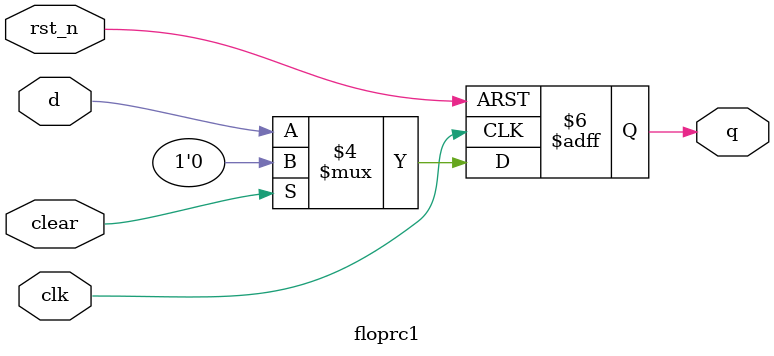
<source format=v>
module floprc1 (	clk,
						rst_n,
						clear,
						d,
						q
						);

input clk,rst_n,clear;
input wire d;
output reg q;
						 				 
	always @(posedge clk,negedge rst_n) begin
		if(!rst_n) begin
			q <= 0;
		end else if (clear)begin
			q <= 0;
		end else begin 
			q <= d;
		end
	end
endmodule

</source>
